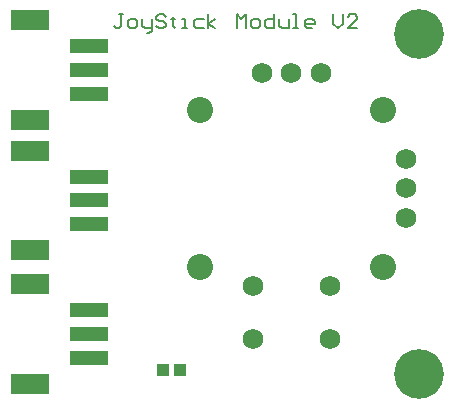
<source format=gts>
%FSLAX25Y25*%
%MOIN*%
G70*
G01*
G75*
G04 Layer_Color=8388736*
%ADD10R,0.11811X0.03937*%
%ADD11R,0.11811X0.05906*%
%ADD12R,0.03150X0.03543*%
%ADD13C,0.01000*%
%ADD14C,0.06000*%
%ADD15C,0.07874*%
%ADD16C,0.15748*%
%ADD17C,0.00787*%
%ADD18R,0.12611X0.04737*%
%ADD19R,0.12611X0.06706*%
%ADD20R,0.03950X0.04343*%
%ADD21C,0.06800*%
%ADD22C,0.08674*%
%ADD23C,0.16548*%
D17*
X39649Y133223D02*
X38074D01*
X38861D01*
Y129287D01*
X38074Y128500D01*
X37287D01*
X36500Y129287D01*
X42010Y128500D02*
X43584D01*
X44372Y129287D01*
Y130861D01*
X43584Y131649D01*
X42010D01*
X41223Y130861D01*
Y129287D01*
X42010Y128500D01*
X45946Y131649D02*
Y129287D01*
X46733Y128500D01*
X49094D01*
Y127713D01*
X48307Y126926D01*
X47520D01*
X49094Y128500D02*
Y131649D01*
X53817Y132436D02*
X53030Y133223D01*
X51456D01*
X50669Y132436D01*
Y131649D01*
X51456Y130861D01*
X53030D01*
X53817Y130074D01*
Y129287D01*
X53030Y128500D01*
X51456D01*
X50669Y129287D01*
X56179Y132436D02*
Y131649D01*
X55392D01*
X56966D01*
X56179D01*
Y129287D01*
X56966Y128500D01*
X59327D02*
X60901D01*
X60114D01*
Y131649D01*
X59327D01*
X66412D02*
X64050D01*
X63263Y130861D01*
Y129287D01*
X64050Y128500D01*
X66412D01*
X67986D02*
Y133223D01*
Y130074D02*
X70347Y131649D01*
X67986Y130074D02*
X70347Y128500D01*
X77432D02*
Y133223D01*
X79006Y131649D01*
X80580Y133223D01*
Y128500D01*
X82942D02*
X84516D01*
X85303Y129287D01*
Y130861D01*
X84516Y131649D01*
X82942D01*
X82155Y130861D01*
Y129287D01*
X82942Y128500D01*
X90026Y133223D02*
Y128500D01*
X87665D01*
X86877Y129287D01*
Y130861D01*
X87665Y131649D01*
X90026D01*
X91600D02*
Y129287D01*
X92387Y128500D01*
X94749D01*
Y131649D01*
X96323Y128500D02*
X97897D01*
X97110D01*
Y133223D01*
X96323D01*
X102620Y128500D02*
X101046D01*
X100259Y129287D01*
Y130861D01*
X101046Y131649D01*
X102620D01*
X103408Y130861D01*
Y130074D01*
X100259D01*
X109705Y133223D02*
Y130074D01*
X111279Y128500D01*
X112853Y130074D01*
Y133223D01*
X117576Y128500D02*
X114427D01*
X117576Y131649D01*
Y132436D01*
X116789Y133223D01*
X115215D01*
X114427Y132436D01*
D18*
X28150Y26650D02*
D03*
Y34524D02*
D03*
Y18776D02*
D03*
Y71150D02*
D03*
Y79024D02*
D03*
Y63276D02*
D03*
Y114650D02*
D03*
Y122524D02*
D03*
Y106776D02*
D03*
D19*
X8465Y10114D02*
D03*
Y43185D02*
D03*
Y54614D02*
D03*
Y87685D02*
D03*
Y98114D02*
D03*
Y131185D02*
D03*
D20*
X58406Y14650D02*
D03*
X52894D02*
D03*
D21*
X82854Y24953D02*
D03*
X108445D02*
D03*
Y42669D02*
D03*
X134035Y65307D02*
D03*
Y75150D02*
D03*
X85807Y113535D02*
D03*
X95650D02*
D03*
X105492D02*
D03*
X134035Y84992D02*
D03*
X82854Y42669D02*
D03*
D22*
X126161Y48968D02*
D03*
X65138D02*
D03*
X126161Y101331D02*
D03*
X65138D02*
D03*
D23*
X138150Y126650D02*
D03*
Y13150D02*
D03*
M02*

</source>
